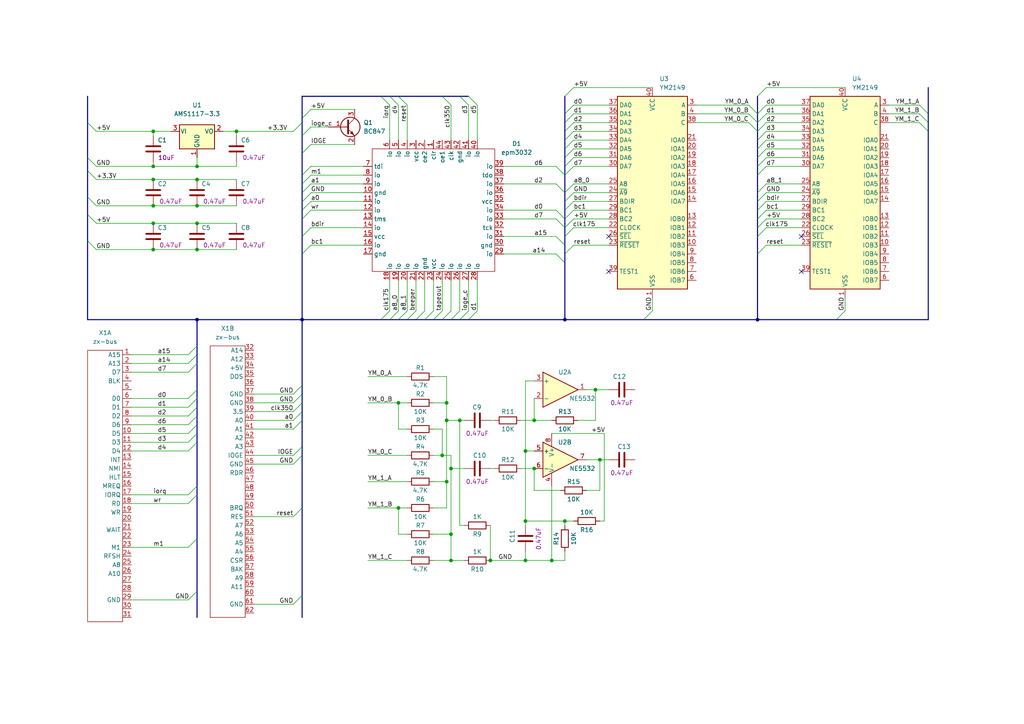
<source format=kicad_sch>
(kicad_sch (version 20211123) (generator eeschema)
  (paper "A4")
  (junction (at 129.54 116.84))
  (junction (at 57.15 48.26))
  (junction (at 154.94 121.92))
  (junction (at 57.15 72.39))
  (junction (at 44.45 52.07))
  (junction (at 57.15 59.69))
  (junction (at 172.72 113.03))
  (junction (at 87.63 92.71))
  (junction (at 163.83 92.71))
  (junction (at 44.45 64.77))
  (junction (at 154.94 135.89))
  (junction (at 142.24 162.56))
  (junction (at 68.58 38.1))
  (junction (at 163.83 151.13))
  (junction (at 44.45 59.69))
  (junction (at 160.02 162.56))
  (junction (at 219.71 92.71))
  (junction (at 128.27 132.08))
  (junction (at 115.57 116.84))
  (junction (at 44.45 48.26))
  (junction (at 57.15 92.71))
  (junction (at 57.15 52.07))
  (junction (at 115.57 147.32))
  (junction (at 130.81 162.56))
  (junction (at 44.45 38.1))
  (junction (at 129.54 139.7))
  (junction (at 152.4 130.81))
  (junction (at 152.4 151.13))
  (junction (at 57.15 64.77))
  (junction (at 44.45 72.39))
  (junction (at 130.81 154.94))
  (junction (at 173.99 133.35))
  (junction (at 130.81 135.89))
  (junction (at 133.35 121.92))
  (junction (at 129.54 121.92))
  (junction (at 152.4 162.56))
  (no_connect (at 176.53 78.74))
  (no_connect (at 176.53 68.58))
  (no_connect (at 232.41 68.58))
  (no_connect (at 232.41 78.74))
  (bus_entry (at 219.71 68.58) (size 2.54 -2.54))
  (bus_entry (at 85.09 38.1) (size 2.54 -2.54))
  (bus_entry (at 90.17 50.8) (size -2.54 2.54))
  (bus_entry (at 219.71 35.56) (size 2.54 -2.54))
  (bus_entry (at 25.4 45.72) (size 2.54 2.54))
  (bus_entry (at 54.61 118.11) (size 2.54 -2.54))
  (bus_entry (at 128.27 27.94) (size 2.54 2.54))
  (bus_entry (at 219.71 60.96) (size 2.54 -2.54))
  (bus_entry (at 90.17 66.04) (size -2.54 2.54))
  (bus_entry (at 163.83 63.5) (size 2.54 -2.54))
  (bus_entry (at 219.71 33.02) (size 2.54 -2.54))
  (bus_entry (at 219.71 73.66) (size 2.54 -2.54))
  (bus_entry (at 54.61 120.65) (size 2.54 -2.54))
  (bus_entry (at 163.83 43.18) (size 2.54 -2.54))
  (bus_entry (at 161.29 53.34) (size 2.54 2.54))
  (bus_entry (at 54.61 158.75) (size 2.54 -2.54))
  (bus_entry (at 110.49 92.71) (size 2.54 -2.54))
  (bus_entry (at 90.17 53.34) (size -2.54 2.54))
  (bus_entry (at 85.09 114.3) (size 2.54 -2.54))
  (bus_entry (at 133.35 27.94) (size 2.54 2.54))
  (bus_entry (at 135.89 27.94) (size 2.54 2.54))
  (bus_entry (at 90.2737 55.88) (size -2.54 2.54))
  (bus_entry (at 54.61 173.99) (size 2.54 -2.54))
  (bus_entry (at 85.09 134.62) (size 2.54 -2.54))
  (bus_entry (at 54.61 125.73) (size 2.54 -2.54))
  (bus_entry (at 217.17 30.48) (size 2.54 2.54))
  (bus_entry (at 120.65 92.71) (size 2.54 -2.54))
  (bus_entry (at 130.81 92.71) (size 2.54 -2.54))
  (bus_entry (at 54.61 130.81) (size 2.54 -2.54))
  (bus_entry (at 25.4 49.53) (size 2.54 2.54))
  (bus_entry (at 161.29 63.5) (size 2.54 2.54))
  (bus_entry (at 161.29 68.58) (size 2.54 2.54))
  (bus_entry (at 85.09 121.92) (size 2.54 -2.54))
  (bus_entry (at 54.61 146.05) (size 2.54 -2.54))
  (bus_entry (at 113.03 92.71) (size 2.54 -2.54))
  (bus_entry (at 115.57 27.94) (size 2.54 2.54))
  (bus_entry (at 25.4 57.15) (size 2.54 2.54))
  (bus_entry (at 54.61 128.27) (size 2.54 -2.54))
  (bus_entry (at 85.09 116.84) (size 2.54 -2.54))
  (bus_entry (at 54.61 107.95) (size 2.54 -2.54))
  (bus_entry (at 90.17 36.83) (size -2.54 2.54))
  (bus_entry (at 90.17 41.91) (size -2.54 2.54))
  (bus_entry (at 219.71 27.94) (size 2.54 -2.54))
  (bus_entry (at 113.03 27.94) (size 2.54 2.54))
  (bus_entry (at 219.71 38.1) (size 2.54 -2.54))
  (bus_entry (at 163.83 35.56) (size 2.54 -2.54))
  (bus_entry (at 85.09 175.26) (size 2.54 -2.54))
  (bus_entry (at 90.17 58.42) (size -2.54 2.54))
  (bus_entry (at 163.83 60.96) (size 2.54 -2.54))
  (bus_entry (at 266.7 30.48) (size 2.54 2.54))
  (bus_entry (at 266.7 33.02) (size 2.54 2.54))
  (bus_entry (at 163.83 38.1) (size 2.54 -2.54))
  (bus_entry (at 163.83 27.94) (size 2.54 -2.54))
  (bus_entry (at 118.11 92.71) (size 2.54 -2.54))
  (bus_entry (at 217.17 35.56) (size 2.54 2.54))
  (bus_entry (at 25.4 35.56) (size 2.54 2.54))
  (bus_entry (at 219.71 50.8) (size 2.54 -2.54))
  (bus_entry (at 219.71 63.5) (size 2.54 -2.54))
  (bus_entry (at 85.09 119.38) (size 2.54 -2.54))
  (bus_entry (at 163.83 66.04) (size 2.54 -2.54))
  (bus_entry (at 54.61 105.41) (size 2.54 -2.54))
  (bus_entry (at 219.71 58.42) (size 2.54 -2.54))
  (bus_entry (at 161.29 60.96) (size 2.54 2.54))
  (bus_entry (at 85.09 124.46) (size 2.54 -2.54))
  (bus_entry (at 266.7 35.56) (size 2.54 2.54))
  (bus_entry (at 219.71 66.04) (size 2.54 -2.54))
  (bus_entry (at 25.4 69.85) (size 2.54 2.54))
  (bus_entry (at 54.61 102.87) (size 2.54 -2.54))
  (bus_entry (at 133.35 92.71) (size 2.54 -2.54))
  (bus_entry (at 85.09 149.86) (size 2.54 -2.54))
  (bus_entry (at 163.83 45.72) (size 2.54 -2.54))
  (bus_entry (at 54.61 143.51) (size 2.54 -2.54))
  (bus_entry (at 161.29 48.26) (size 2.54 2.54))
  (bus_entry (at 25.4 62.23) (size 2.54 2.54))
  (bus_entry (at 54.61 123.19) (size 2.54 -2.54))
  (bus_entry (at 186.69 92.71) (size 2.54 -2.54))
  (bus_entry (at 163.83 40.64) (size 2.54 -2.54))
  (bus_entry (at 219.71 40.64) (size 2.54 -2.54))
  (bus_entry (at 163.83 68.58) (size 2.54 -2.54))
  (bus_entry (at 115.57 92.71) (size 2.54 -2.54))
  (bus_entry (at 125.73 92.71) (size 2.54 -2.54))
  (bus_entry (at 90.17 31.75) (size -2.54 2.54))
  (bus_entry (at 90.17 71.12) (size -2.54 2.54))
  (bus_entry (at 219.71 55.88) (size 2.54 -2.54))
  (bus_entry (at 85.09 132.08) (size 2.54 -2.54))
  (bus_entry (at 161.29 73.66) (size 2.54 2.54))
  (bus_entry (at 219.71 43.18) (size 2.54 -2.54))
  (bus_entry (at 163.83 58.42) (size 2.54 -2.54))
  (bus_entry (at 90.17 60.96) (size -2.54 2.54))
  (bus_entry (at 163.83 33.02) (size 2.54 -2.54))
  (bus_entry (at 242.57 92.71) (size 2.54 -2.54))
  (bus_entry (at 123.19 92.71) (size 2.54 -2.54))
  (bus_entry (at 219.71 48.26) (size 2.54 -2.54))
  (bus_entry (at 163.83 48.26) (size 2.54 -2.54))
  (bus_entry (at 163.83 73.66) (size 2.54 -2.54))
  (bus_entry (at 128.27 92.71) (size 2.54 -2.54))
  (bus_entry (at 110.49 27.94) (size 2.54 2.54))
  (bus_entry (at 219.71 45.72) (size 2.54 -2.54))
  (bus_entry (at 163.83 50.8) (size 2.54 -2.54))
  (bus_entry (at 90.17 48.26) (size -2.54 2.54))
  (bus_entry (at 135.89 92.71) (size 2.54 -2.54))
  (bus_entry (at 217.17 33.02) (size 2.54 2.54))
  (bus_entry (at 163.83 55.88) (size 2.54 -2.54))
  (bus_entry (at 54.61 115.57) (size 2.54 -2.54))
  (wire (pts (xy 38.1 158.75) (xy 54.61 158.75)))
  (wire (pts (xy 38.1 173.99) (xy 54.61 173.99)))
  (wire (pts (xy 222.25 71.12) (xy 232.41 71.12)))
  (bus (pts (xy 163.83 27.94) (xy 163.83 33.02)))
  (wire (pts (xy 27.94 52.07) (xy 44.45 52.07)))
  (bus (pts (xy 219.71 68.58) (xy 219.71 73.66)))
  (wire (pts (xy 130.81 81.28) (xy 130.81 90.17)))
  (wire (pts (xy 166.37 63.5) (xy 176.53 63.5)))
  (bus (pts (xy 219.71 58.42) (xy 219.71 60.96)))
  (wire (pts (xy 257.81 35.56) (xy 266.7 35.56)))
  (wire (pts (xy 173.99 142.24) (xy 173.99 133.35)))
  (bus (pts (xy 25.4 27.94) (xy 25.4 35.56)))
  (wire (pts (xy 166.37 71.12) (xy 176.53 71.12)))
  (wire (pts (xy 68.58 48.26) (xy 57.15 48.26)))
  (wire (pts (xy 90.17 48.26) (xy 105.41 48.26)))
  (wire (pts (xy 222.25 53.34) (xy 232.41 53.34)))
  (wire (pts (xy 152.4 130.81) (xy 152.4 110.49)))
  (bus (pts (xy 57.15 113.03) (xy 57.15 115.57)))
  (wire (pts (xy 44.45 52.07) (xy 57.15 52.07)))
  (wire (pts (xy 27.94 48.26) (xy 44.45 48.26)))
  (wire (pts (xy 166.37 58.42) (xy 176.53 58.42)))
  (wire (pts (xy 115.57 147.32) (xy 118.11 147.32)))
  (wire (pts (xy 68.58 38.1) (xy 85.09 38.1)))
  (wire (pts (xy 38.1 105.41) (xy 54.61 105.41)))
  (wire (pts (xy 138.43 30.48) (xy 138.43 40.64)))
  (bus (pts (xy 87.63 73.66) (xy 87.63 92.71)))
  (wire (pts (xy 90.17 36.83) (xy 95.25 36.83)))
  (bus (pts (xy 219.71 43.18) (xy 219.71 45.72)))
  (wire (pts (xy 115.57 124.46) (xy 115.57 116.84)))
  (bus (pts (xy 110.49 27.94) (xy 113.03 27.94)))
  (bus (pts (xy 87.63 172.72) (xy 87.63 179.07)))
  (wire (pts (xy 257.81 33.02) (xy 266.7 33.02)))
  (wire (pts (xy 222.25 55.88) (xy 232.41 55.88)))
  (wire (pts (xy 222.25 43.18) (xy 232.41 43.18)))
  (wire (pts (xy 125.73 116.84) (xy 129.54 116.84)))
  (bus (pts (xy 186.69 92.71) (xy 219.71 92.71)))
  (wire (pts (xy 90.17 66.04) (xy 105.41 66.04)))
  (wire (pts (xy 38.1 143.51) (xy 54.61 143.51)))
  (bus (pts (xy 269.24 35.56) (xy 269.24 38.1)))
  (bus (pts (xy 87.63 63.5) (xy 87.63 68.58)))
  (wire (pts (xy 57.15 52.07) (xy 68.58 52.07)))
  (bus (pts (xy 87.63 92.71) (xy 110.49 92.71)))
  (wire (pts (xy 163.83 160.02) (xy 163.83 162.56)))
  (bus (pts (xy 87.63 39.37) (xy 87.63 44.45)))
  (wire (pts (xy 133.35 81.28) (xy 133.35 90.17)))
  (wire (pts (xy 90.17 53.34) (xy 105.41 53.34)))
  (bus (pts (xy 118.11 92.71) (xy 120.65 92.71)))
  (bus (pts (xy 163.83 48.26) (xy 163.83 50.8)))
  (bus (pts (xy 163.83 40.64) (xy 163.83 43.18)))
  (wire (pts (xy 44.45 59.69) (xy 57.15 59.69)))
  (bus (pts (xy 163.83 66.04) (xy 163.83 68.58)))
  (bus (pts (xy 57.15 92.71) (xy 57.15 100.33)))
  (wire (pts (xy 166.37 55.88) (xy 176.53 55.88)))
  (bus (pts (xy 163.83 55.88) (xy 163.83 58.42)))
  (wire (pts (xy 90.17 60.96) (xy 105.41 60.96)))
  (wire (pts (xy 142.24 135.89) (xy 143.51 135.89)))
  (wire (pts (xy 152.4 110.49) (xy 154.94 110.49)))
  (wire (pts (xy 201.93 33.02) (xy 217.17 33.02)))
  (bus (pts (xy 219.71 55.88) (xy 219.71 58.42)))
  (bus (pts (xy 87.63 121.92) (xy 87.63 129.54)))
  (bus (pts (xy 163.83 58.42) (xy 163.83 60.96)))
  (bus (pts (xy 269.24 33.02) (xy 269.24 35.56)))
  (bus (pts (xy 269.24 25.4) (xy 269.24 33.02)))
  (wire (pts (xy 135.89 81.28) (xy 135.89 90.17)))
  (bus (pts (xy 25.4 92.71) (xy 57.15 92.71)))
  (wire (pts (xy 130.81 30.48) (xy 130.81 40.64)))
  (wire (pts (xy 142.24 152.4) (xy 142.24 162.56)))
  (wire (pts (xy 154.94 121.92) (xy 160.02 121.92)))
  (bus (pts (xy 25.4 57.15) (xy 25.4 62.23)))
  (wire (pts (xy 106.68 132.08) (xy 118.11 132.08)))
  (wire (pts (xy 130.81 135.89) (xy 134.62 135.89)))
  (wire (pts (xy 163.83 151.13) (xy 163.83 152.4)))
  (wire (pts (xy 160.02 140.97) (xy 160.02 162.56)))
  (wire (pts (xy 154.94 115.57) (xy 154.94 121.92)))
  (wire (pts (xy 115.57 154.94) (xy 115.57 147.32)))
  (wire (pts (xy 27.94 64.77) (xy 44.45 64.77)))
  (bus (pts (xy 57.15 143.51) (xy 57.15 156.21)))
  (wire (pts (xy 152.4 130.81) (xy 152.4 151.13)))
  (bus (pts (xy 163.83 33.02) (xy 163.83 35.56)))
  (wire (pts (xy 170.18 142.24) (xy 173.99 142.24)))
  (wire (pts (xy 118.11 30.48) (xy 118.11 40.64)))
  (bus (pts (xy 163.83 63.5) (xy 163.83 66.04)))
  (bus (pts (xy 163.83 43.18) (xy 163.83 45.72)))
  (wire (pts (xy 125.73 109.22) (xy 129.54 109.22)))
  (bus (pts (xy 87.63 68.58) (xy 87.63 73.66)))
  (wire (pts (xy 125.73 81.28) (xy 125.73 90.17)))
  (wire (pts (xy 57.15 64.77) (xy 68.58 64.77)))
  (bus (pts (xy 87.63 119.38) (xy 87.63 121.92)))
  (wire (pts (xy 172.72 121.92) (xy 172.72 113.03)))
  (bus (pts (xy 25.4 69.85) (xy 25.4 92.71)))
  (wire (pts (xy 222.25 45.72) (xy 232.41 45.72)))
  (wire (pts (xy 166.37 66.04) (xy 176.53 66.04)))
  (bus (pts (xy 120.65 92.71) (xy 123.19 92.71)))
  (wire (pts (xy 57.15 72.39) (xy 68.58 72.39)))
  (bus (pts (xy 163.83 73.66) (xy 163.83 76.2)))
  (wire (pts (xy 166.37 48.26) (xy 176.53 48.26)))
  (wire (pts (xy 201.93 35.56) (xy 217.17 35.56)))
  (wire (pts (xy 73.66 119.38) (xy 85.09 119.38)))
  (wire (pts (xy 125.73 154.94) (xy 130.81 154.94)))
  (wire (pts (xy 142.24 121.92) (xy 143.51 121.92)))
  (wire (pts (xy 129.54 121.92) (xy 129.54 139.7)))
  (wire (pts (xy 90.17 50.8) (xy 105.41 50.8)))
  (bus (pts (xy 87.63 60.96) (xy 87.63 63.5)))
  (wire (pts (xy 115.57 116.84) (xy 106.68 116.84)))
  (bus (pts (xy 163.83 50.8) (xy 163.83 55.88)))
  (wire (pts (xy 175.26 151.13) (xy 173.99 151.13)))
  (bus (pts (xy 87.63 147.32) (xy 87.63 172.72)))
  (wire (pts (xy 130.81 154.94) (xy 130.81 162.56)))
  (bus (pts (xy 219.71 73.66) (xy 219.71 92.71)))
  (wire (pts (xy 135.89 30.48) (xy 135.89 40.64)))
  (wire (pts (xy 128.27 132.08) (xy 130.81 132.08)))
  (wire (pts (xy 27.94 38.1) (xy 44.45 38.1)))
  (wire (pts (xy 38.1 102.87) (xy 54.61 102.87)))
  (bus (pts (xy 219.71 50.8) (xy 219.71 55.88)))
  (wire (pts (xy 154.94 142.24) (xy 162.56 142.24)))
  (wire (pts (xy 38.1 120.65) (xy 54.61 120.65)))
  (wire (pts (xy 90.17 41.91) (xy 102.87 41.91)))
  (wire (pts (xy 106.68 162.56) (xy 118.11 162.56)))
  (bus (pts (xy 163.83 92.71) (xy 186.69 92.71)))
  (wire (pts (xy 151.13 121.92) (xy 154.94 121.92)))
  (wire (pts (xy 125.73 147.32) (xy 129.54 147.32)))
  (wire (pts (xy 38.1 118.11) (xy 54.61 118.11)))
  (wire (pts (xy 73.66 124.46) (xy 85.09 124.46)))
  (bus (pts (xy 123.19 92.71) (xy 125.73 92.71)))
  (wire (pts (xy 160.02 125.73) (xy 175.26 125.73)))
  (wire (pts (xy 38.1 125.73) (xy 54.61 125.73)))
  (wire (pts (xy 44.45 64.77) (xy 57.15 64.77)))
  (wire (pts (xy 257.81 30.48) (xy 266.7 30.48)))
  (bus (pts (xy 87.63 55.88) (xy 87.63 60.96)))
  (bus (pts (xy 25.4 45.72) (xy 25.4 49.53)))
  (wire (pts (xy 123.19 81.28) (xy 123.19 90.17)))
  (bus (pts (xy 87.63 27.94) (xy 87.63 34.29)))
  (wire (pts (xy 189.23 86.36) (xy 189.23 90.17)))
  (bus (pts (xy 128.27 92.71) (xy 130.81 92.71)))
  (wire (pts (xy 167.64 121.92) (xy 172.72 121.92)))
  (wire (pts (xy 90.17 58.42) (xy 105.41 58.42)))
  (wire (pts (xy 166.37 33.02) (xy 176.53 33.02)))
  (wire (pts (xy 166.37 35.56) (xy 176.53 35.56)))
  (wire (pts (xy 146.05 60.96) (xy 161.29 60.96)))
  (wire (pts (xy 166.37 45.72) (xy 176.53 45.72)))
  (wire (pts (xy 68.58 46.99) (xy 68.58 48.26)))
  (bus (pts (xy 219.71 35.56) (xy 219.71 38.1)))
  (wire (pts (xy 44.45 72.39) (xy 57.15 72.39)))
  (wire (pts (xy 146.05 68.58) (xy 161.29 68.58)))
  (wire (pts (xy 222.25 48.26) (xy 232.41 48.26)))
  (bus (pts (xy 219.71 48.26) (xy 219.71 50.8)))
  (bus (pts (xy 110.49 92.71) (xy 113.03 92.71)))
  (wire (pts (xy 44.45 48.26) (xy 57.15 48.26)))
  (wire (pts (xy 73.66 114.3) (xy 85.09 114.3)))
  (wire (pts (xy 166.37 60.96) (xy 176.53 60.96)))
  (bus (pts (xy 57.15 118.11) (xy 57.15 120.65)))
  (bus (pts (xy 219.71 33.02) (xy 219.71 35.56)))
  (bus (pts (xy 57.15 125.73) (xy 57.15 128.27)))
  (wire (pts (xy 222.25 33.02) (xy 232.41 33.02)))
  (bus (pts (xy 87.63 44.45) (xy 87.63 50.8)))
  (wire (pts (xy 146.05 53.34) (xy 161.29 53.34)))
  (bus (pts (xy 163.83 76.2) (xy 163.83 92.71)))
  (bus (pts (xy 87.63 116.84) (xy 87.63 119.38)))
  (wire (pts (xy 73.66 132.08) (xy 85.09 132.08)))
  (wire (pts (xy 129.54 116.84) (xy 129.54 121.92)))
  (bus (pts (xy 87.63 92.71) (xy 87.63 111.76)))
  (wire (pts (xy 222.25 66.04) (xy 232.41 66.04)))
  (wire (pts (xy 222.25 40.64) (xy 232.41 40.64)))
  (wire (pts (xy 90.17 55.88) (xy 90.2737 55.88)))
  (wire (pts (xy 128.27 81.28) (xy 128.27 90.17)))
  (bus (pts (xy 130.81 92.71) (xy 133.35 92.71)))
  (bus (pts (xy 87.63 50.8) (xy 87.63 53.34)))
  (wire (pts (xy 166.37 30.48) (xy 176.53 30.48)))
  (wire (pts (xy 68.58 39.37) (xy 68.58 38.1)))
  (wire (pts (xy 222.25 30.48) (xy 232.41 30.48)))
  (bus (pts (xy 269.24 38.1) (xy 269.24 92.71)))
  (bus (pts (xy 163.83 45.72) (xy 163.83 48.26)))
  (bus (pts (xy 87.63 129.54) (xy 87.63 132.08)))
  (bus (pts (xy 25.4 35.56) (xy 25.4 45.72)))
  (wire (pts (xy 44.45 46.99) (xy 44.45 48.26)))
  (wire (pts (xy 38.1 130.81) (xy 54.61 130.81)))
  (bus (pts (xy 115.57 92.71) (xy 118.11 92.71)))
  (wire (pts (xy 152.4 151.13) (xy 163.83 151.13)))
  (bus (pts (xy 87.63 132.08) (xy 87.63 147.32)))
  (bus (pts (xy 25.4 62.23) (xy 25.4 69.85)))
  (wire (pts (xy 173.99 133.35) (xy 176.53 133.35)))
  (wire (pts (xy 146.05 48.26) (xy 161.29 48.26)))
  (wire (pts (xy 129.54 147.32) (xy 129.54 139.7)))
  (wire (pts (xy 90.17 31.75) (xy 102.87 31.75)))
  (wire (pts (xy 27.94 59.69) (xy 44.45 59.69)))
  (wire (pts (xy 125.73 139.7) (xy 129.54 139.7)))
  (wire (pts (xy 38.1 146.05) (xy 54.61 146.05)))
  (bus (pts (xy 57.15 120.65) (xy 57.15 123.19)))
  (wire (pts (xy 68.58 38.1) (xy 64.77 38.1)))
  (bus (pts (xy 135.89 92.71) (xy 163.83 92.71)))
  (wire (pts (xy 113.03 81.28) (xy 113.03 90.17)))
  (bus (pts (xy 242.57 92.71) (xy 269.24 92.71)))
  (bus (pts (xy 163.83 68.58) (xy 163.83 71.12)))
  (wire (pts (xy 73.66 134.62) (xy 85.09 134.62)))
  (wire (pts (xy 222.25 58.42) (xy 232.41 58.42)))
  (bus (pts (xy 219.71 38.1) (xy 219.71 40.64)))
  (bus (pts (xy 57.15 123.19) (xy 57.15 125.73)))
  (wire (pts (xy 130.81 135.89) (xy 130.81 154.94)))
  (bus (pts (xy 115.57 27.94) (xy 128.27 27.94)))
  (wire (pts (xy 170.18 113.03) (xy 172.72 113.03)))
  (wire (pts (xy 73.66 149.86) (xy 85.09 149.86)))
  (wire (pts (xy 222.25 38.1) (xy 232.41 38.1)))
  (bus (pts (xy 57.15 128.27) (xy 57.15 140.97)))
  (bus (pts (xy 219.71 27.94) (xy 219.71 33.02)))
  (bus (pts (xy 163.83 60.96) (xy 163.83 63.5)))
  (bus (pts (xy 87.63 27.94) (xy 110.49 27.94)))
  (bus (pts (xy 57.15 92.71) (xy 87.63 92.71)))
  (bus (pts (xy 87.63 114.3) (xy 87.63 116.84)))
  (wire (pts (xy 115.57 81.28) (xy 115.57 90.17)))
  (wire (pts (xy 38.1 107.95) (xy 54.61 107.95)))
  (wire (pts (xy 138.43 81.28) (xy 138.43 90.17)))
  (wire (pts (xy 222.25 60.96) (xy 232.41 60.96)))
  (bus (pts (xy 125.73 92.71) (xy 128.27 92.71)))
  (bus (pts (xy 57.15 171.45) (xy 57.15 179.07)))
  (bus (pts (xy 57.15 140.97) (xy 57.15 143.51)))
  (bus (pts (xy 57.15 102.87) (xy 57.15 105.41)))
  (wire (pts (xy 222.25 63.5) (xy 232.41 63.5)))
  (bus (pts (xy 113.03 92.71) (xy 115.57 92.71)))
  (wire (pts (xy 27.94 72.39) (xy 44.45 72.39)))
  (wire (pts (xy 128.27 132.08) (xy 128.27 124.46)))
  (wire (pts (xy 115.57 30.48) (xy 115.57 40.64)))
  (bus (pts (xy 133.35 27.94) (xy 135.89 27.94)))
  (wire (pts (xy 90.2737 55.88) (xy 105.41 55.88)))
  (wire (pts (xy 170.18 133.35) (xy 173.99 133.35)))
  (bus (pts (xy 57.15 105.41) (xy 57.15 113.03)))
  (wire (pts (xy 172.72 113.03) (xy 176.53 113.03)))
  (wire (pts (xy 118.11 81.28) (xy 118.11 90.17)))
  (bus (pts (xy 219.71 92.71) (xy 242.57 92.71)))
  (wire (pts (xy 118.11 124.46) (xy 115.57 124.46)))
  (wire (pts (xy 120.65 81.28) (xy 120.65 90.17)))
  (wire (pts (xy 130.81 162.56) (xy 134.62 162.56)))
  (wire (pts (xy 146.05 73.66) (xy 161.29 73.66)))
  (bus (pts (xy 128.27 27.94) (xy 133.35 27.94)))
  (wire (pts (xy 154.94 142.24) (xy 154.94 135.89)))
  (wire (pts (xy 152.4 160.02) (xy 152.4 162.56)))
  (wire (pts (xy 115.57 147.32) (xy 106.68 147.32)))
  (wire (pts (xy 134.62 152.4) (xy 133.35 152.4)))
  (wire (pts (xy 222.25 25.4) (xy 245.11 25.4)))
  (wire (pts (xy 115.57 116.84) (xy 118.11 116.84)))
  (wire (pts (xy 163.83 151.13) (xy 166.37 151.13)))
  (wire (pts (xy 73.66 121.92) (xy 85.09 121.92)))
  (wire (pts (xy 222.25 35.56) (xy 232.41 35.56)))
  (wire (pts (xy 133.35 121.92) (xy 133.35 152.4)))
  (wire (pts (xy 151.13 135.89) (xy 154.94 135.89)))
  (wire (pts (xy 142.24 162.56) (xy 152.4 162.56)))
  (bus (pts (xy 133.35 92.71) (xy 135.89 92.71)))
  (bus (pts (xy 163.83 35.56) (xy 163.83 38.1)))
  (wire (pts (xy 133.35 121.92) (xy 134.62 121.92)))
  (bus (pts (xy 219.71 63.5) (xy 219.71 66.04)))
  (wire (pts (xy 73.66 116.84) (xy 85.09 116.84)))
  (wire (pts (xy 44.45 39.37) (xy 44.45 38.1)))
  (bus (pts (xy 87.63 34.29) (xy 87.63 35.56)))
  (wire (pts (xy 118.11 154.94) (xy 115.57 154.94)))
  (bus (pts (xy 163.83 38.1) (xy 163.83 40.64)))
  (bus (pts (xy 57.15 115.57) (xy 57.15 118.11)))
  (bus (pts (xy 219.71 66.04) (xy 219.71 68.58)))
  (bus (pts (xy 219.71 40.64) (xy 219.71 43.18)))
  (wire (pts (xy 106.68 139.7) (xy 118.11 139.7)))
  (wire (pts (xy 152.4 151.13) (xy 152.4 152.4)))
  (bus (pts (xy 25.4 49.53) (xy 25.4 57.15)))
  (wire (pts (xy 166.37 53.34) (xy 176.53 53.34)))
  (wire (pts (xy 152.4 162.56) (xy 160.02 162.56)))
  (wire (pts (xy 125.73 162.56) (xy 130.81 162.56)))
  (wire (pts (xy 90.17 71.12) (xy 105.41 71.12)))
  (wire (pts (xy 175.26 125.73) (xy 175.26 151.13)))
  (bus (pts (xy 219.71 60.96) (xy 219.71 63.5)))
  (wire (pts (xy 166.37 25.4) (xy 189.23 25.4)))
  (wire (pts (xy 166.37 43.18) (xy 176.53 43.18)))
  (bus (pts (xy 87.63 35.56) (xy 87.63 39.37)))
  (wire (pts (xy 106.68 109.22) (xy 118.11 109.22)))
  (wire (pts (xy 38.1 115.57) (xy 54.61 115.57)))
  (bus (pts (xy 163.83 71.12) (xy 163.83 73.66)))
  (wire (pts (xy 152.4 130.81) (xy 154.94 130.81)))
  (bus (pts (xy 87.63 53.34) (xy 87.63 55.88)))
  (wire (pts (xy 160.02 162.56) (xy 163.83 162.56)))
  (wire (pts (xy 73.66 175.26) (xy 85.09 175.26)))
  (wire (pts (xy 44.45 38.1) (xy 49.53 38.1)))
  (wire (pts (xy 166.37 38.1) (xy 176.53 38.1)))
  (wire (pts (xy 57.15 59.69) (xy 68.58 59.69)))
  (wire (pts (xy 129.54 121.92) (xy 133.35 121.92)))
  (bus (pts (xy 113.03 27.94) (xy 115.57 27.94)))
  (wire (pts (xy 166.37 40.64) (xy 176.53 40.64)))
  (wire (pts (xy 128.27 124.46) (xy 125.73 124.46)))
  (wire (pts (xy 125.73 132.08) (xy 128.27 132.08)))
  (wire (pts (xy 146.05 63.5) (xy 161.29 63.5)))
  (wire (pts (xy 245.11 86.36) (xy 245.11 90.17)))
  (wire (pts (xy 129.54 116.84) (xy 129.54 109.22)))
  (wire (pts (xy 201.93 30.48) (xy 217.17 30.48)))
  (wire (pts (xy 57.15 45.72) (xy 57.15 48.26)))
  (bus (pts (xy 219.71 45.72) (xy 219.71 48.26)))
  (wire (pts (xy 38.1 128.27) (xy 54.61 128.27)))
  (wire (pts (xy 130.81 135.89) (xy 130.81 132.08)))
  (bus (pts (xy 57.15 156.21) (xy 57.15 171.45)))
  (wire (pts (xy 38.1 123.19) (xy 54.61 123.19)))
  (bus (pts (xy 57.15 100.33) (xy 57.15 102.87)))
  (wire (pts (xy 113.03 30.48) (xy 113.03 40.64)))
  (bus (pts (xy 87.63 111.76) (xy 87.63 114.3)))
  (label "d7" (at 154.94 63.5 0))
  (label "IOGE" (at 85.09 132.08 180))
  (label "clk175" (at 113.03 90.17 90))
  (label "+5V" (at 171.45 125.73 0))
  (label "a8_1" (at 118.11 90.17 90))
  (label "+5V" (at 166.37 25.4 0))
  (label "GND" (at 189.23 90.17 90))
  (label "d0" (at 222.25 30.48 0))
  (label "YM_1_C" (at 106.68 162.56 0))
  (label "+5V" (at 27.94 64.77 0))
  (label "GND" (at 148.59 162.56 180))
  (label "bc1" (at 166.37 60.96 0))
  (label "GND" (at 85.09 114.3 180))
  (label "clk350" (at 130.81 30.48 270))
  (label "reset" (at 166.37 71.12 0))
  (label "GND" (at 85.09 134.62 180))
  (label "a8_1" (at 222.25 53.34 0))
  (label "clk175" (at 228.6 66.04 180))
  (label "reset" (at 85.09 149.86 180))
  (label "ioge_c" (at 135.89 90.17 90))
  (label "d6" (at 222.25 45.72 0))
  (label "tapeout" (at 128.27 90.17 90))
  (label "+5V" (at 27.94 38.1 0))
  (label "a14" (at 45.72 105.41 0))
  (label "d5" (at 45.72 125.73 0))
  (label "a8_0" (at 115.57 90.17 90))
  (label "+3.3V" (at 77.47 38.1 0))
  (label "bdir" (at 222.25 58.42 0))
  (label "GND" (at 85.09 175.26 180))
  (label "YM_0_C" (at 217.17 35.56 180))
  (label "GND" (at 27.94 48.26 0))
  (label "bc1" (at 222.25 60.96 0))
  (label "GND" (at 90.17 55.88 0))
  (label "YM_1_A" (at 106.68 139.7 0))
  (label "YM_1_B" (at 266.7 33.02 180))
  (label "m1" (at 90.17 50.8 0))
  (label "d5" (at 166.37 43.18 0))
  (label "d5" (at 222.25 43.18 0))
  (label "wr" (at 90.17 60.96 0))
  (label "reset" (at 118.11 30.48 270))
  (label "YM_0_B" (at 106.68 116.84 0))
  (label "d7" (at 45.72 107.95 0))
  (label "a1" (at 85.09 124.46 180))
  (label "YM_0_A" (at 217.17 30.48 180))
  (label "d3" (at 166.37 38.1 0))
  (label "m1" (at 44.45 158.75 0))
  (label "YM_0_B" (at 217.17 33.02 180))
  (label "GND" (at 50.8 173.99 0))
  (label "+5V" (at 222.25 25.4 0))
  (label "GND" (at 222.25 55.88 0))
  (label "d0" (at 166.37 30.48 0))
  (label "bc1" (at 90.17 71.12 0))
  (label "d6" (at 166.37 45.72 0))
  (label "a8_0" (at 166.37 53.34 0))
  (label "d4" (at 166.37 40.64 0))
  (label "GND" (at 166.37 55.88 0))
  (label "IOGE" (at 90.17 41.91 0))
  (label "d1" (at 138.43 90.17 90))
  (label "d3" (at 135.89 30.48 270))
  (label "d4" (at 222.25 40.64 0))
  (label "a0" (at 85.09 121.92 180))
  (label "bdir" (at 90.17 66.04 0))
  (label "d7" (at 166.37 48.26 0))
  (label "clk350" (at 85.09 119.38 180))
  (label "a15" (at 154.94 68.58 0))
  (label "beeper" (at 120.65 90.17 90))
  (label "GND" (at 27.94 72.39 0))
  (label "a1" (at 90.17 53.34 0))
  (label "a15" (at 45.72 102.87 0))
  (label "d1" (at 166.37 33.02 0))
  (label "d6" (at 45.72 123.19 0))
  (label "YM_1_C" (at 266.7 35.56 180))
  (label "d3" (at 222.25 38.1 0))
  (label "iorq" (at 44.45 143.51 0))
  (label "a0" (at 90.17 58.42 0))
  (label "wr" (at 44.45 146.05 0))
  (label "d7" (at 222.25 48.26 0))
  (label "d0" (at 157.48 60.96 180))
  (label "clk175" (at 172.72 66.04 180))
  (label "bdir" (at 166.37 58.42 0))
  (label "d2" (at 222.25 35.56 0))
  (label "GND" (at 27.94 59.69 0))
  (label "d1" (at 222.25 33.02 0))
  (label "d6" (at 157.48 48.26 180))
  (label "+5V" (at 222.25 63.5 0))
  (label "GND" (at 245.11 90.17 90))
  (label "d4" (at 115.57 30.48 270))
  (label "d2" (at 166.37 35.56 0))
  (label "+5V" (at 166.37 63.5 0))
  (label "reset" (at 222.25 71.12 0))
  (label "d3" (at 45.72 128.27 0))
  (label "GND" (at 85.09 116.84 180))
  (label "iorq" (at 113.03 30.48 270))
  (label "YM_0_C" (at 106.68 132.08 0))
  (label "d1" (at 45.72 118.11 0))
  (label "+3.3V" (at 27.94 52.07 0))
  (label "YM_1_A" (at 266.7 30.48 180))
  (label "YM_0_A" (at 106.68 109.22 0))
  (label "a14" (at 154.4304 73.66 0))
  (label "d5" (at 138.43 30.48 270))
  (label "d0" (at 45.72 115.57 0))
  (label "ioge_c" (at 90.17 36.83 0))
  (label "YM_1_B" (at 106.68 147.32 0))
  (label "+5V" (at 90.17 31.75 0))
  (label "d2" (at 45.72 120.65 0))
  (label "d2" (at 157.48 53.34 180))
  (label "d4" (at 45.72 130.81 0))
  (symbol (lib_id "Device:R") (at 147.32 135.89 90) (unit 1)
    (property "Reference" "R12" (at 147.32 133.35 90))
    (property "Value" "10K" (at 147.32 138.43 90))
    (property "Footprint" "Resistor_SMD:R_0805_2012Metric_Pad1.20x1.40mm_HandSolder" (effects hide))
  )
  (symbol (lib_id "Device:C") (at 57.15 68.58 0) (unit 1)
    (property "Reference" "C5" (at 58.42 66.04 0) (effects (justify left)))
    (property "Value" "0.47uF50VX7R0805" (effects hide))
    (property "Footprint" "Capacitor_SMD:C_0805_2012Metric_Pad1.18x1.45mm_HandSolder" (effects hide))
    (property "Datasheet" "CL21B474KBFNNNE" (effects hide))
    (property "sch_val" "0.47uF" (at 62.23 71.12 0))
  )
  (symbol (lib_id "Device:R") (at 138.43 162.56 270) (unit 1)
    (property "Reference" "R10" (at 138.43 165.1 90))
    (property "Value" "1K" (at 138.43 160.02 90))
    (property "Footprint" "Resistor_SMD:R_0805_2012Metric_Pad1.20x1.40mm_HandSolder" (effects hide))
  )
  (symbol (lib_id "Audio:YM2149") (at 189.23 55.88 0) (unit 1)
    (property "Reference" "U3" (at 191.2494 22.86 0) (effects (justify left)))
    (property "Value" "YM2149" (at 191.2494 25.4 0) (effects (justify left)))
    (property "Footprint" "Package_DIP:DIP-40_W15.24mm" (effects hide))
    (property "Datasheet" "http://www.ym2149.com/ym2149.pdf" (effects hide))
  )
  (symbol (lib_id "Device:C") (at 152.4 156.21 0) (unit 1)
    (property "Reference" "C11" (at 148.59 157.48 90) (effects (justify left)))
    (property "Value" "0.47uF50VX7R0805" (effects hide))
    (property "Footprint" "Capacitor_SMD:C_0805_2012Metric_Pad1.18x1.45mm_HandSolder" (effects hide))
    (property "Datasheet" "CL21B474KBFNNNE" (effects hide))
    (property "sch_val" "0.47uF" (at 156.21 156.21 90))
  )
  (symbol (lib_id "Device:C") (at 180.34 133.35 270) (unit 1)
    (property "Reference" "C13" (at 179.07 129.54 90) (effects (justify left)))
    (property "Value" "0.47uF wima" (effects hide))
    (property "Footprint" "Capacitor_THT:C_Rect_L7.0mm_W2.5mm_P5.00mm" (effects hide))
    (property "sch_val" "0.47uF" (at 180.34 137.16 90))
  )
  (symbol (lib_id "Device:R") (at 170.18 151.13 270) (unit 1)
    (property "Reference" "R16" (at 170.18 153.67 90))
    (property "Value" "10K" (at 170.18 148.59 90))
    (property "Footprint" "Resistor_SMD:R_0805_2012Metric_Pad1.20x1.40mm_HandSolder" (effects hide))
  )
  (symbol (lib_id "Transistor_BJT:BC847") (at 100.33 36.83 0) (unit 1)
    (property "Reference" "Q1" (at 105.41 35.5599 0) (effects (justify left)))
    (property "Value" "BC847" (at 105.41 38.0999 0) (effects (justify left)))
    (property "Footprint" "Package_TO_SOT_SMD:SOT-23" (effects hide))
    (property "Datasheet" "http://www.infineon.com/dgdl/Infineon-BC847SERIES_BC848SERIES_BC849SERIES_BC850SERIES-DS-v01_01-en.pdf?fileId=db3a304314dca389011541d4630a1657" (effects hide))
  )
  (symbol (lib_id "Device:C") (at 44.45 43.18 0) (unit 1)
    (property "Reference" "C1" (at 45.72 40.64 0) (effects (justify left)))
    (property "Value" "10uF10VX7R0805" (effects hide))
    (property "Footprint" "Capacitor_SMD:C_0805_2012Metric_Pad1.18x1.45mm_HandSolder" (effects hide))
    (property "Datasheet" "CC0805KKX5R6BB106" (effects hide))
    (property "sch_val" "10uF" (at 48.26 45.72 0))
  )
  (symbol (lib_id "Device:R") (at 163.83 121.92 90) (unit 1)
    (property "Reference" "R13" (at 163.83 119.38 90))
    (property "Value" "10K" (at 163.83 124.46 90))
    (property "Footprint" "Resistor_SMD:R_0805_2012Metric_Pad1.20x1.40mm_HandSolder" (effects hide))
  )
  (symbol (lib_id "Device:R") (at 121.92 109.22 90) (unit 1)
    (property "Reference" "R1" (at 121.92 106.68 90))
    (property "Value" "4.7K" (at 121.92 111.76 90))
    (property "Footprint" "Resistor_SMD:R_0805_2012Metric_Pad1.20x1.40mm_HandSolder" (effects hide))
  )
  (symbol (lib_id "Device:R") (at 121.92 139.7 90) (unit 1)
    (property "Reference" "R5" (at 121.92 137.16 90))
    (property "Value" "4.7K" (at 121.92 142.24 90))
    (property "Footprint" "Resistor_SMD:R_0805_2012Metric_Pad1.20x1.40mm_HandSolder" (effects hide))
  )
  (symbol (lib_id "Device:C") (at 44.45 55.88 0) (unit 1)
    (property "Reference" "C2" (at 45.72 53.34 0) (effects (justify left)))
    (property "Value" "0.47uF50VX7R0805" (effects hide))
    (property "Footprint" "Capacitor_SMD:C_0805_2012Metric_Pad1.18x1.45mm_HandSolder" (effects hide))
    (property "Datasheet" "CL21B474KBFNNNE" (effects hide))
    (property "sch_val" "0.47uF" (at 49.53 58.42 0))
  )
  (symbol (lib_id "Device:C") (at 180.34 113.03 90) (unit 1)
    (property "Reference" "C12" (at 181.61 109.22 90) (effects (justify left)))
    (property "Value" "0.47uF wima" (effects hide))
    (property "Footprint" "Capacitor_THT:C_Rect_L7.0mm_W2.5mm_P5.00mm" (effects hide))
    (property "sch_val" "0.47uF" (at 180.34 116.84 90))
  )
  (symbol (lib_id "Device:R") (at 121.92 147.32 90) (unit 1)
    (property "Reference" "R6" (at 121.92 144.78 90))
    (property "Value" "10K" (at 121.92 149.86 90))
    (property "Footprint" "Resistor_SMD:R_0805_2012Metric_Pad1.20x1.40mm_HandSolder" (effects hide))
  )
  (symbol (lib_id "Device:C") (at 68.58 68.58 0) (unit 1)
    (property "Reference" "C8" (at 69.85 66.04 0) (effects (justify left)))
    (property "Value" "0.47uF50VX7R0805" (effects hide))
    (property "Footprint" "Capacitor_SMD:C_0805_2012Metric_Pad1.18x1.45mm_HandSolder" (effects hide))
    (property "Datasheet" "CL21B474KBFNNNE" (effects hide))
    (property "sch_val" "0.47uF" (at 73.66 71.12 0))
  )
  (symbol (lib_id "Device:C") (at 138.43 135.89 270) (unit 1)
    (property "Reference" "C10" (at 137.16 132.08 90) (effects (justify left)))
    (property "Value" "0.47uF wima" (effects hide))
    (property "Footprint" "Capacitor_THT:C_Rect_L7.0mm_W2.5mm_P5.00mm" (effects hide))
    (property "sch_val" "0.47uF" (at 138.43 139.7 90))
  )
  (symbol (lib_id "Audio:YM2149") (at 245.11 55.88 0) (unit 1)
    (property "Reference" "U4" (at 247.1294 22.86 0) (effects (justify left)))
    (property "Value" "YM2149" (at 247.1294 25.4 0) (effects (justify left)))
    (property "Footprint" "Package_DIP:DIP-40_W15.24mm" (effects hide))
    (property "Datasheet" "http://www.ym2149.com/ym2149.pdf" (effects hide))
  )
  (symbol (lib_id "Device:C") (at 57.15 55.88 0) (unit 1)
    (property "Reference" "C4" (at 58.42 53.34 0) (effects (justify left)))
    (property "Value" "0.47uF50VX7R0805" (effects hide))
    (property "Footprint" "Capacitor_SMD:C_0805_2012Metric_Pad1.18x1.45mm_HandSolder" (effects hide))
    (property "Datasheet" "CL21B474KBFNNNE" (effects hide))
    (property "sch_val" "0.47uF" (at 62.23 58.42 0))
  )
  (symbol (lib_name "zx-bus_1") (lib_id "zx-bus:zx-bus") (at 30.48 140.97 0) (unit 1)
    (property "Reference" "X1" (at 30.48 96.52 0))
    (property "Value" "zx-bus" (at 30.48 99.06 0))
    (property "Footprint" "zx:zx-bus" (effects hide))
  )
  (symbol (lib_id "Altera:epm3032") (at 125.73 60.96 0) (unit 1)
    (property "Reference" "D1" (at 149.86 41.6812 0))
    (property "Value" "epm3032" (at 149.86 44.2212 0))
    (property "Footprint" "Package_LCC:PLCC-44_THT-Socket" (effects hide))
  )
  (symbol (lib_id "Device:R") (at 121.92 132.08 90) (unit 1)
    (property "Reference" "R4" (at 121.92 129.54 90))
    (property "Value" "4.7K" (at 121.92 134.62 90))
    (property "Footprint" "Resistor_SMD:R_0805_2012Metric_Pad1.20x1.40mm_HandSolder" (effects hide))
  )
  (symbol (lib_id "Device:R") (at 121.92 124.46 90) (unit 1)
    (property "Reference" "R3" (at 121.92 121.92 90))
    (property "Value" "10K" (at 121.92 127 90))
    (property "Footprint" "Resistor_SMD:R_0805_2012Metric_Pad1.20x1.40mm_HandSolder" (effects hide))
  )
  (symbol (lib_id "Device:C") (at 68.58 55.88 0) (unit 1)
    (property "Reference" "C7" (at 69.85 53.34 0) (effects (justify left)))
    (property "Value" "0.47uF50VX7R0805" (effects hide))
    (property "Footprint" "Capacitor_SMD:C_0805_2012Metric_Pad1.18x1.45mm_HandSolder" (effects hide))
    (property "Datasheet" "CL21B474KBFNNNE" (effects hide))
    (property "sch_val" "0.47uF" (at 73.66 58.42 0))
  )
  (symbol (lib_id "Device:R") (at 147.32 121.92 90) (unit 1)
    (property "Reference" "R11" (at 147.32 119.38 90))
    (property "Value" "10K" (at 147.32 124.46 90))
    (property "Footprint" "Resistor_SMD:R_0805_2012Metric_Pad1.20x1.40mm_HandSolder" (effects hide))
  )
  (symbol (lib_id "Device:R") (at 163.83 156.21 180) (unit 1)
    (property "Reference" "R14" (at 161.29 156.21 90))
    (property "Value" "10K" (at 166.37 156.21 90))
    (property "Footprint" "Resistor_SMD:R_0805_2012Metric_Pad1.20x1.40mm_HandSolder" (effects hide))
  )
  (symbol (lib_id "Device:C") (at 68.58 43.18 0) (unit 1)
    (property "Reference" "C6" (at 69.85 40.64 0) (effects (justify left)))
    (property "Value" "0.47uF50VX7R0805" (effects hide))
    (property "Footprint" "Capacitor_SMD:C_0805_2012Metric_Pad1.18x1.45mm_HandSolder" (effects hide))
    (property "Datasheet" "CL21B474KBFNNNE" (effects hide))
    (property "sch_val" "0.47uF" (at 73.66 45.72 0))
  )
  (symbol (lib_id "Regulator_Linear:AMS1117-3.3") (at 57.15 38.1 0) (unit 1)
    (property "Reference" "U1" (at 57.15 30.48 0))
    (property "Value" "AMS1117-3.3" (at 57.15 33.02 0))
    (property "Footprint" "Package_TO_SOT_SMD:SOT-223-3_TabPin2" (effects hide))
    (property "Datasheet" "http://www.advanced-monolithic.com/pdf/ds1117.pdf" (effects hide))
  )
  (symbol (lib_id "Device:R") (at 138.43 152.4 270) (unit 1)
    (property "Reference" "R9" (at 138.43 154.94 90))
    (property "Value" "1K" (at 138.43 149.86 90))
    (property "Footprint" "Resistor_SMD:R_0805_2012Metric_Pad1.20x1.40mm_HandSolder" (effects hide))
  )
  (symbol (lib_id "zx-bus:zx-bus") (at 66.04 139.7 0) (unit 2)
    (property "Reference" "X1" (at 66.04 95.25 0))
    (property "Value" "zx-bus" (at 66.04 97.79 0))
    (property "Footprint" "zx:zx-bus" (effects hide))
  )
  (symbol (lib_id "Device:R") (at 121.92 162.56 90) (unit 1)
    (property "Reference" "R8" (at 121.92 160.02 90))
    (property "Value" "4.7K" (at 121.92 165.1 90))
    (property "Footprint" "Resistor_SMD:R_0805_2012Metric_Pad1.20x1.40mm_HandSolder" (effects hide))
  )
  (symbol (lib_id "Amplifier_Operational:NE5532") (at 162.56 113.03 0) (unit 1)
    (property "Reference" "U2" (at 163.83 107.95 0))
    (property "Value" "NE5532" (at 168.91 115.57 0))
    (property "Footprint" "Package_DIP:DIP-8_W7.62mm_Socket" (effects hide))
    (property "Datasheet" "http://www.ti.com/lit/ds/symlink/ne5532.pdf" (effects hide))
  )
  (symbol (lib_id "Amplifier_Operational:NE5532") (at 162.56 133.35 0) (unit 3)
    (property "Reference" "U2" (effects hide))
    (property "Value" "NE5532" (effects hide))
    (property "Footprint" "Package_DIP:DIP-8_W7.62mm_Socket" (effects hide))
    (property "Datasheet" "http://www.ti.com/lit/ds/symlink/ne5532.pdf" (effects hide))
  )
  (symbol (lib_id "Device:R") (at 121.92 116.84 90) (unit 1)
    (property "Reference" "R2" (at 121.92 114.3 90))
    (property "Value" "10K" (at 121.92 119.38 90))
    (property "Footprint" "Resistor_SMD:R_0805_2012Metric_Pad1.20x1.40mm_HandSolder" (effects hide))
  )
  (symbol (lib_id "Device:R") (at 121.92 154.94 90) (unit 1)
    (property "Reference" "R7" (at 121.92 152.4 90))
    (property "Value" "10K" (at 121.92 157.48 90))
    (property "Footprint" "Resistor_SMD:R_0805_2012Metric_Pad1.20x1.40mm_HandSolder" (effects hide))
  )
  (symbol (lib_id "Device:C") (at 138.43 121.92 90) (unit 1)
    (property "Reference" "C9" (at 139.7 118.11 90) (effects (justify left)))
    (property "Value" "0.47uF wima" (effects hide))
    (property "Footprint" "Capacitor_THT:C_Rect_L7.0mm_W2.5mm_P5.00mm" (effects hide))
    (property "sch_val" "0.47uF" (at 138.43 125.73 90))
  )
  (symbol (lib_id "Device:C") (at 44.45 68.58 0) (unit 1)
    (property "Reference" "C3" (at 45.72 66.04 0) (effects (justify left)))
    (property "Value" "0.47uF50VX7R0805" (effects hide))
    (property "Footprint" "Capacitor_SMD:C_0805_2012Metric_Pad1.18x1.45mm_HandSolder" (effects hide))
    (property "Datasheet" "CL21B474KBFNNNE" (effects hide))
    (property "sch_val" "0.47uF" (at 49.53 71.12 0))
  )
  (symbol (lib_id "Amplifier_Operational:NE5532") (at 162.56 133.35 0) (unit 2)
    (property "Reference" "U2" (at 163.83 128.27 0))
    (property "Value" "NE5532" (at 168.91 135.89 0))
    (property "Footprint" "Package_DIP:DIP-8_W7.62mm_Socket" (effects hide))
    (property "Datasheet" "http://www.ti.com/lit/ds/symlink/ne5532.pdf" (effects hide))
  )
  (symbol (lib_id "Device:R") (at 166.37 142.24 90) (unit 1)
    (property "Reference" "R15" (at 166.37 139.7 90))
    (property "Value" "10K" (at 166.37 144.78 90))
    (property "Footprint" "Resistor_SMD:R_0805_2012Metric_Pad1.20x1.40mm_HandSolder" (effects hide))
  )
)
</source>
